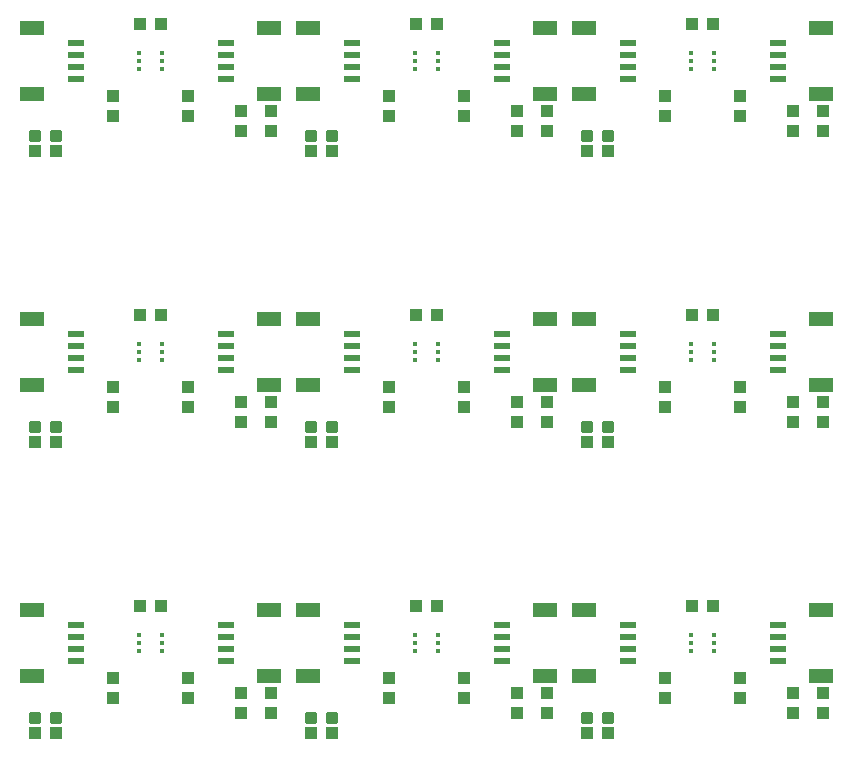
<source format=gtp>
G75*
%MOIN*%
%OFA0B0*%
%FSLAX25Y25*%
%IPPOS*%
%LPD*%
%AMOC8*
5,1,8,0,0,1.08239X$1,22.5*
%
%ADD10R,0.03937X0.04331*%
%ADD11C,0.01181*%
%ADD12R,0.07874X0.04724*%
%ADD13R,0.05315X0.02362*%
%ADD14R,0.04331X0.03937*%
%ADD15R,0.01772X0.01181*%
D10*
X0061250Y0055404D03*
X0061250Y0062096D03*
X0086250Y0062096D03*
X0086250Y0055404D03*
X0103750Y0057096D03*
X0103750Y0050404D03*
X0113750Y0050404D03*
X0113750Y0057096D03*
X0153250Y0055404D03*
X0153250Y0062096D03*
X0178250Y0062096D03*
X0178250Y0055404D03*
X0195750Y0057096D03*
X0195750Y0050404D03*
X0205750Y0050404D03*
X0205750Y0057096D03*
X0245250Y0055404D03*
X0245250Y0062096D03*
X0270250Y0062096D03*
X0270250Y0055404D03*
X0287750Y0057096D03*
X0287750Y0050404D03*
X0297750Y0050404D03*
X0297750Y0057096D03*
X0297750Y0147404D03*
X0297750Y0154096D03*
X0287750Y0154096D03*
X0287750Y0147404D03*
X0270250Y0152404D03*
X0270250Y0159096D03*
X0245250Y0159096D03*
X0245250Y0152404D03*
X0205750Y0154096D03*
X0205750Y0147404D03*
X0195750Y0147404D03*
X0195750Y0154096D03*
X0178250Y0152404D03*
X0178250Y0159096D03*
X0153250Y0159096D03*
X0153250Y0152404D03*
X0113750Y0154096D03*
X0113750Y0147404D03*
X0103750Y0147404D03*
X0103750Y0154096D03*
X0086250Y0152404D03*
X0086250Y0159096D03*
X0061250Y0159096D03*
X0061250Y0152404D03*
X0103750Y0244404D03*
X0103750Y0251096D03*
X0113750Y0251096D03*
X0113750Y0244404D03*
X0086250Y0249404D03*
X0086250Y0256096D03*
X0061250Y0256096D03*
X0061250Y0249404D03*
X0153250Y0249404D03*
X0153250Y0256096D03*
X0178250Y0256096D03*
X0178250Y0249404D03*
X0195750Y0251096D03*
X0195750Y0244404D03*
X0205750Y0244404D03*
X0205750Y0251096D03*
X0245250Y0249404D03*
X0245250Y0256096D03*
X0270250Y0256096D03*
X0270250Y0249404D03*
X0287750Y0251096D03*
X0287750Y0244404D03*
X0297750Y0244404D03*
X0297750Y0251096D03*
D11*
X0227581Y0244128D02*
X0227581Y0241372D01*
X0224825Y0241372D01*
X0224825Y0244128D01*
X0227581Y0244128D01*
X0227581Y0242494D02*
X0224825Y0242494D01*
X0224825Y0243616D02*
X0227581Y0243616D01*
X0220675Y0244128D02*
X0220675Y0241372D01*
X0217919Y0241372D01*
X0217919Y0244128D01*
X0220675Y0244128D01*
X0220675Y0242494D02*
X0217919Y0242494D01*
X0217919Y0243616D02*
X0220675Y0243616D01*
X0135581Y0244128D02*
X0135581Y0241372D01*
X0132825Y0241372D01*
X0132825Y0244128D01*
X0135581Y0244128D01*
X0135581Y0242494D02*
X0132825Y0242494D01*
X0132825Y0243616D02*
X0135581Y0243616D01*
X0128675Y0244128D02*
X0128675Y0241372D01*
X0125919Y0241372D01*
X0125919Y0244128D01*
X0128675Y0244128D01*
X0128675Y0242494D02*
X0125919Y0242494D01*
X0125919Y0243616D02*
X0128675Y0243616D01*
X0043581Y0244128D02*
X0043581Y0241372D01*
X0040825Y0241372D01*
X0040825Y0244128D01*
X0043581Y0244128D01*
X0043581Y0242494D02*
X0040825Y0242494D01*
X0040825Y0243616D02*
X0043581Y0243616D01*
X0036675Y0244128D02*
X0036675Y0241372D01*
X0033919Y0241372D01*
X0033919Y0244128D01*
X0036675Y0244128D01*
X0036675Y0242494D02*
X0033919Y0242494D01*
X0033919Y0243616D02*
X0036675Y0243616D01*
X0036675Y0147128D02*
X0036675Y0144372D01*
X0033919Y0144372D01*
X0033919Y0147128D01*
X0036675Y0147128D01*
X0036675Y0145494D02*
X0033919Y0145494D01*
X0033919Y0146616D02*
X0036675Y0146616D01*
X0043581Y0147128D02*
X0043581Y0144372D01*
X0040825Y0144372D01*
X0040825Y0147128D01*
X0043581Y0147128D01*
X0043581Y0145494D02*
X0040825Y0145494D01*
X0040825Y0146616D02*
X0043581Y0146616D01*
X0128675Y0147128D02*
X0128675Y0144372D01*
X0125919Y0144372D01*
X0125919Y0147128D01*
X0128675Y0147128D01*
X0128675Y0145494D02*
X0125919Y0145494D01*
X0125919Y0146616D02*
X0128675Y0146616D01*
X0135581Y0147128D02*
X0135581Y0144372D01*
X0132825Y0144372D01*
X0132825Y0147128D01*
X0135581Y0147128D01*
X0135581Y0145494D02*
X0132825Y0145494D01*
X0132825Y0146616D02*
X0135581Y0146616D01*
X0220675Y0147128D02*
X0220675Y0144372D01*
X0217919Y0144372D01*
X0217919Y0147128D01*
X0220675Y0147128D01*
X0220675Y0145494D02*
X0217919Y0145494D01*
X0217919Y0146616D02*
X0220675Y0146616D01*
X0227581Y0147128D02*
X0227581Y0144372D01*
X0224825Y0144372D01*
X0224825Y0147128D01*
X0227581Y0147128D01*
X0227581Y0145494D02*
X0224825Y0145494D01*
X0224825Y0146616D02*
X0227581Y0146616D01*
X0227581Y0050128D02*
X0227581Y0047372D01*
X0224825Y0047372D01*
X0224825Y0050128D01*
X0227581Y0050128D01*
X0227581Y0048494D02*
X0224825Y0048494D01*
X0224825Y0049616D02*
X0227581Y0049616D01*
X0220675Y0050128D02*
X0220675Y0047372D01*
X0217919Y0047372D01*
X0217919Y0050128D01*
X0220675Y0050128D01*
X0220675Y0048494D02*
X0217919Y0048494D01*
X0217919Y0049616D02*
X0220675Y0049616D01*
X0135581Y0050128D02*
X0135581Y0047372D01*
X0132825Y0047372D01*
X0132825Y0050128D01*
X0135581Y0050128D01*
X0135581Y0048494D02*
X0132825Y0048494D01*
X0132825Y0049616D02*
X0135581Y0049616D01*
X0128675Y0050128D02*
X0128675Y0047372D01*
X0125919Y0047372D01*
X0125919Y0050128D01*
X0128675Y0050128D01*
X0128675Y0048494D02*
X0125919Y0048494D01*
X0125919Y0049616D02*
X0128675Y0049616D01*
X0043581Y0050128D02*
X0043581Y0047372D01*
X0040825Y0047372D01*
X0040825Y0050128D01*
X0043581Y0050128D01*
X0043581Y0048494D02*
X0040825Y0048494D01*
X0040825Y0049616D02*
X0043581Y0049616D01*
X0036675Y0050128D02*
X0036675Y0047372D01*
X0033919Y0047372D01*
X0033919Y0050128D01*
X0036675Y0050128D01*
X0036675Y0048494D02*
X0033919Y0048494D01*
X0033919Y0049616D02*
X0036675Y0049616D01*
D12*
X0034281Y0062726D03*
X0034281Y0084774D03*
X0113219Y0084774D03*
X0126281Y0084774D03*
X0126281Y0062726D03*
X0113219Y0062726D03*
X0205219Y0062726D03*
X0218281Y0062726D03*
X0218281Y0084774D03*
X0205219Y0084774D03*
X0205219Y0159726D03*
X0218281Y0159726D03*
X0218281Y0181774D03*
X0205219Y0181774D03*
X0205219Y0256726D03*
X0218281Y0256726D03*
X0218281Y0278774D03*
X0205219Y0278774D03*
X0126281Y0278774D03*
X0113219Y0278774D03*
X0113219Y0256726D03*
X0126281Y0256726D03*
X0126281Y0181774D03*
X0113219Y0181774D03*
X0113219Y0159726D03*
X0126281Y0159726D03*
X0034281Y0159726D03*
X0034281Y0181774D03*
X0034281Y0256726D03*
X0034281Y0278774D03*
X0297219Y0278774D03*
X0297219Y0256726D03*
X0297219Y0181774D03*
X0297219Y0159726D03*
X0297219Y0084774D03*
X0297219Y0062726D03*
D13*
X0282750Y0067844D03*
X0282750Y0071781D03*
X0282750Y0075719D03*
X0282750Y0079656D03*
X0232750Y0079656D03*
X0232750Y0075719D03*
X0232750Y0071781D03*
X0232750Y0067844D03*
X0190750Y0067844D03*
X0190750Y0071781D03*
X0190750Y0075719D03*
X0190750Y0079656D03*
X0140750Y0079656D03*
X0140750Y0075719D03*
X0140750Y0071781D03*
X0140750Y0067844D03*
X0098750Y0067844D03*
X0098750Y0071781D03*
X0098750Y0075719D03*
X0098750Y0079656D03*
X0048750Y0079656D03*
X0048750Y0075719D03*
X0048750Y0071781D03*
X0048750Y0067844D03*
X0048750Y0164844D03*
X0048750Y0168781D03*
X0048750Y0172719D03*
X0048750Y0176656D03*
X0098750Y0176656D03*
X0098750Y0172719D03*
X0098750Y0168781D03*
X0098750Y0164844D03*
X0140750Y0164844D03*
X0140750Y0168781D03*
X0140750Y0172719D03*
X0140750Y0176656D03*
X0190750Y0176656D03*
X0190750Y0172719D03*
X0190750Y0168781D03*
X0190750Y0164844D03*
X0232750Y0164844D03*
X0232750Y0168781D03*
X0232750Y0172719D03*
X0232750Y0176656D03*
X0282750Y0176656D03*
X0282750Y0172719D03*
X0282750Y0168781D03*
X0282750Y0164844D03*
X0282750Y0261844D03*
X0282750Y0265781D03*
X0282750Y0269719D03*
X0282750Y0273656D03*
X0232750Y0273656D03*
X0232750Y0269719D03*
X0232750Y0265781D03*
X0232750Y0261844D03*
X0190750Y0261844D03*
X0190750Y0265781D03*
X0190750Y0269719D03*
X0190750Y0273656D03*
X0140750Y0273656D03*
X0140750Y0269719D03*
X0140750Y0265781D03*
X0140750Y0261844D03*
X0098750Y0261844D03*
X0098750Y0265781D03*
X0098750Y0269719D03*
X0098750Y0273656D03*
X0048750Y0273656D03*
X0048750Y0269719D03*
X0048750Y0265781D03*
X0048750Y0261844D03*
D14*
X0035404Y0043750D03*
X0042096Y0043750D03*
X0070404Y0086250D03*
X0077096Y0086250D03*
X0127404Y0043750D03*
X0134096Y0043750D03*
X0162404Y0086250D03*
X0169096Y0086250D03*
X0219404Y0043750D03*
X0226096Y0043750D03*
X0254404Y0086250D03*
X0261096Y0086250D03*
X0226096Y0140750D03*
X0219404Y0140750D03*
X0254404Y0183250D03*
X0261096Y0183250D03*
X0226096Y0237750D03*
X0219404Y0237750D03*
X0254404Y0280250D03*
X0261096Y0280250D03*
X0169096Y0280250D03*
X0162404Y0280250D03*
X0134096Y0237750D03*
X0127404Y0237750D03*
X0077096Y0280250D03*
X0070404Y0280250D03*
X0042096Y0237750D03*
X0035404Y0237750D03*
X0070404Y0183250D03*
X0077096Y0183250D03*
X0042096Y0140750D03*
X0035404Y0140750D03*
X0127404Y0140750D03*
X0134096Y0140750D03*
X0162404Y0183250D03*
X0169096Y0183250D03*
D15*
X0169589Y0173309D03*
X0169589Y0170750D03*
X0169589Y0168191D03*
X0161911Y0168191D03*
X0161911Y0170750D03*
X0161911Y0173309D03*
X0077589Y0173309D03*
X0077589Y0170750D03*
X0077589Y0168191D03*
X0069911Y0168191D03*
X0069911Y0170750D03*
X0069911Y0173309D03*
X0069911Y0265191D03*
X0069911Y0267750D03*
X0069911Y0270309D03*
X0077589Y0270309D03*
X0077589Y0267750D03*
X0077589Y0265191D03*
X0161911Y0265191D03*
X0161911Y0267750D03*
X0161911Y0270309D03*
X0169589Y0270309D03*
X0169589Y0267750D03*
X0169589Y0265191D03*
X0253911Y0265191D03*
X0253911Y0267750D03*
X0253911Y0270309D03*
X0261589Y0270309D03*
X0261589Y0267750D03*
X0261589Y0265191D03*
X0261589Y0173309D03*
X0261589Y0170750D03*
X0261589Y0168191D03*
X0253911Y0168191D03*
X0253911Y0170750D03*
X0253911Y0173309D03*
X0253911Y0076309D03*
X0253911Y0073750D03*
X0253911Y0071191D03*
X0261589Y0071191D03*
X0261589Y0073750D03*
X0261589Y0076309D03*
X0169589Y0076309D03*
X0169589Y0073750D03*
X0169589Y0071191D03*
X0161911Y0071191D03*
X0161911Y0073750D03*
X0161911Y0076309D03*
X0077589Y0076309D03*
X0077589Y0073750D03*
X0077589Y0071191D03*
X0069911Y0071191D03*
X0069911Y0073750D03*
X0069911Y0076309D03*
M02*

</source>
